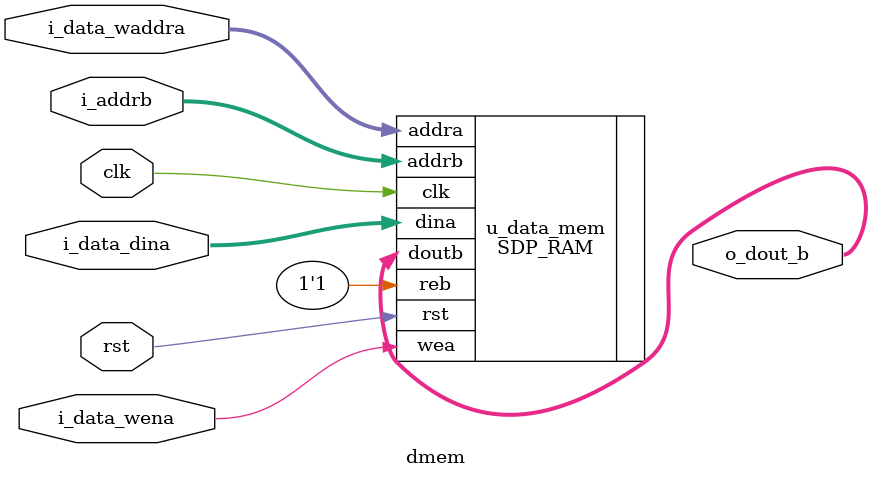
<source format=v>
module dmem #(
    parameter INSTR_WIDTH                  = 32        ,
    parameter MEM_DEPTH                    = 4096       ,
    parameter MEM_DEPTH_W                  = clogb2(MEM_DEPTH) ,
    parameter U_DLY                        = 1         
) (
    input                       clk,
    input                       rst,
    input                       i_data_wena,
    input  [MEM_DEPTH_W-1: 0]   i_data_waddra,
    input  [INSTR_WIDTH-1: 0]   i_data_dina,
    input  [MEM_DEPTH_W-1: 0]   i_addrb,
    output [INSTR_WIDTH-1: 0]   o_dout_b
);

    SDP_RAM #(
        .RAM_TYPE   ("BRAM"         ),//Select "BRAM" or "DRAM"
        .DATA_W     (INSTR_WIDTH    ),//Specify RAM data width
        .RAM_DEPTH  (MEM_DEPTH      ),//Specify RAM depth (number of entries)
        .LATENCY    ("LOW_LATENCY"  ),//Select "NORMAL" or "LOW_LATENCY" 
        .INIT_FILE  (""             ) // Specify name/location of RAM initialization file if using one (leave blank if not)
    ) u_data_mem (
        .addra      (i_data_waddra  ),// Write address bus, width determined from RAM_DEPTH
        .addrb      (i_addrb        ),// Read address bus, width determined from RAM_DEPTH
        .dina       (i_data_dina    ),// RAM input data, width determined from RAM_WIDTH
        .clk        (clk            ),// Clock
        .wea        (i_data_wena    ),// Write enable
        .reb        (1'b1           ),// Read Enable, for additional power savings, disable when not in use
        .rst        (rst            ),// Output reset (does not affect memory contents)
        .doutb      (o_dout_b       ) // RAM output data, width determined from RAM_WIDTH
    );

    function integer clogb2;
    input integer depth;
      for (clogb2=0; depth>0; clogb2=clogb2+1)
        depth = depth >> 1;
    endfunction

endmodule

</source>
